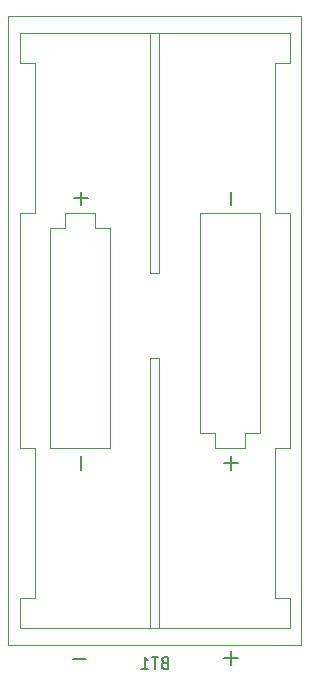
<source format=gbo>
G04 #@! TF.GenerationSoftware,KiCad,Pcbnew,(5.1.10-1-10_14)*
G04 #@! TF.CreationDate,2021-11-27T23:13:30-07:00*
G04 #@! TF.ProjectId,ChristmasTreePCB,43687269-7374-46d6-9173-547265655043,rev?*
G04 #@! TF.SameCoordinates,Original*
G04 #@! TF.FileFunction,Legend,Bot*
G04 #@! TF.FilePolarity,Positive*
%FSLAX46Y46*%
G04 Gerber Fmt 4.6, Leading zero omitted, Abs format (unit mm)*
G04 Created by KiCad (PCBNEW (5.1.10-1-10_14)) date 2021-11-27 23:13:30*
%MOMM*%
%LPD*%
G01*
G04 APERTURE LIST*
%ADD10C,0.120000*%
%ADD11C,0.150000*%
%ADD12R,1.700000X1.700000*%
%ADD13O,1.700000X1.700000*%
%ADD14C,2.100000*%
%ADD15R,2.000000X2.000000*%
%ADD16C,2.000000*%
G04 APERTURE END LIST*
D10*
X220803201Y-53683101D02*
X220803201Y-56223101D01*
X222073201Y-88783101D02*
X220803201Y-88783101D01*
X220803201Y-88783101D02*
X220803201Y-68923101D01*
X220803201Y-68923101D02*
X222073201Y-68923101D01*
X242393201Y-56223101D02*
X242393201Y-68923101D01*
X243663201Y-101483101D02*
X243663201Y-104023101D01*
X243663201Y-104023101D02*
X220803201Y-104023101D01*
X232583201Y-53683101D02*
X232583201Y-74003101D01*
X232583201Y-74003101D02*
X231883201Y-74003101D01*
X231883201Y-74003101D02*
X231883201Y-53683101D01*
X242393201Y-68923101D02*
X243663201Y-68923101D01*
X243663201Y-68923101D02*
X243663201Y-88783101D01*
X243663201Y-88783101D02*
X242393201Y-88783101D01*
X232583201Y-104023101D02*
X232583201Y-81163101D01*
X232583201Y-81163101D02*
X231883201Y-81163101D01*
X231883201Y-81163101D02*
X231883201Y-104023101D01*
X243663201Y-56223101D02*
X242393201Y-56223101D01*
X243663201Y-53683101D02*
X220803201Y-53683101D01*
X220803201Y-104023101D02*
X220803201Y-101483101D01*
X220803201Y-101483101D02*
X222073201Y-101483101D01*
X222073201Y-56223101D02*
X222073201Y-68923101D01*
X242393201Y-101483101D02*
X242393201Y-88783101D01*
X242393201Y-101483101D02*
X243663201Y-101483101D01*
X220803201Y-56223101D02*
X222073201Y-56223101D01*
X222073201Y-101483101D02*
X222073201Y-88783101D01*
X243663201Y-53683101D02*
X243663201Y-56223101D01*
X239853201Y-87513101D02*
X241123201Y-87513101D01*
X241123201Y-87513101D02*
X241123201Y-68923101D01*
X241123201Y-68923101D02*
X236043201Y-68923101D01*
X224613201Y-70193101D02*
X223343201Y-70193101D01*
X223343201Y-70193101D02*
X223343201Y-88783101D01*
X236043201Y-68923101D02*
X236043201Y-87513101D01*
X228423201Y-88783101D02*
X228423201Y-70193101D01*
X228423201Y-70193101D02*
X227153201Y-70193101D01*
X227153201Y-70193101D02*
X227153201Y-68923101D01*
X227153201Y-68923101D02*
X224613201Y-68923101D01*
X224613201Y-68923101D02*
X224613201Y-70193101D01*
X236043201Y-87513101D02*
X237313201Y-87513101D01*
X237313201Y-87513101D02*
X237313201Y-88783101D01*
X237313201Y-88783101D02*
X239853201Y-88783101D01*
X239853201Y-88783101D02*
X239853201Y-87513101D01*
X244638201Y-52253101D02*
X244638201Y-105453101D01*
X223343201Y-88783101D02*
X228423201Y-88783101D01*
X219833201Y-52253101D02*
X244633201Y-52253101D01*
X219828201Y-105453101D02*
X219828201Y-52253101D01*
X244633201Y-105453101D02*
X219833201Y-105453101D01*
D11*
X233068714Y-106964171D02*
X232925857Y-107011790D01*
X232878238Y-107059409D01*
X232830619Y-107154647D01*
X232830619Y-107297504D01*
X232878238Y-107392742D01*
X232925857Y-107440361D01*
X233021095Y-107487980D01*
X233402047Y-107487980D01*
X233402047Y-106487980D01*
X233068714Y-106487980D01*
X232973476Y-106535600D01*
X232925857Y-106583219D01*
X232878238Y-106678457D01*
X232878238Y-106773695D01*
X232925857Y-106868933D01*
X232973476Y-106916552D01*
X233068714Y-106964171D01*
X233402047Y-106964171D01*
X232544904Y-106487980D02*
X231973476Y-106487980D01*
X232259190Y-107487980D02*
X232259190Y-106487980D01*
X231116333Y-107487980D02*
X231687761Y-107487980D01*
X231402047Y-107487980D02*
X231402047Y-106487980D01*
X231497285Y-106630838D01*
X231592523Y-106726076D01*
X231687761Y-106773695D01*
X238690343Y-89481672D02*
X238690343Y-90624529D01*
X239261772Y-90053101D02*
X238118915Y-90053101D01*
X238690343Y-67081672D02*
X238690343Y-68224529D01*
X238690343Y-105991672D02*
X238690343Y-107134529D01*
X239261772Y-106563101D02*
X238118915Y-106563101D01*
X226454629Y-106670243D02*
X225311772Y-106670243D01*
X225990343Y-67081672D02*
X225990343Y-68224529D01*
X226561772Y-67653101D02*
X225418915Y-67653101D01*
X225990343Y-89481672D02*
X225990343Y-90624529D01*
%LPC*%
D12*
X231084200Y-110697000D03*
D13*
X233624200Y-110697000D03*
X231084200Y-113237000D03*
X233624200Y-113237000D03*
X231084200Y-115777000D03*
X233624200Y-115777000D03*
D14*
X232359200Y-28359600D03*
D15*
X238583201Y-102753101D03*
D16*
X225883201Y-102753101D03*
M02*

</source>
